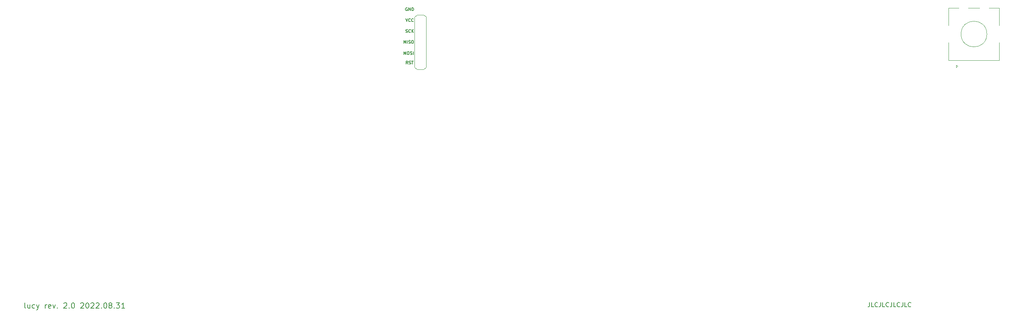
<source format=gto>
G04 #@! TF.GenerationSoftware,KiCad,Pcbnew,(6.0.5-0)*
G04 #@! TF.CreationDate,2022-09-11T07:04:14-05:00*
G04 #@! TF.ProjectId,pcb,7063622e-6b69-4636-9164-5f7063625858,rev?*
G04 #@! TF.SameCoordinates,Original*
G04 #@! TF.FileFunction,Legend,Top*
G04 #@! TF.FilePolarity,Positive*
%FSLAX46Y46*%
G04 Gerber Fmt 4.6, Leading zero omitted, Abs format (unit mm)*
G04 Created by KiCad (PCBNEW (6.0.5-0)) date 2022-09-11 07:04:14*
%MOMM*%
%LPD*%
G01*
G04 APERTURE LIST*
%ADD10C,0.150000*%
%ADD11C,0.200000*%
%ADD12C,0.120000*%
%ADD13C,3.000000*%
%ADD14C,1.750000*%
%ADD15C,3.987800*%
%ADD16R,2.000000X2.000000*%
%ADD17C,2.000000*%
%ADD18R,2.000000X3.200000*%
%ADD19C,3.800000*%
%ADD20O,1.700000X1.700000*%
%ADD21R,1.700000X1.700000*%
%ADD22C,0.650000*%
%ADD23O,1.300000X2.400000*%
%ADD24O,1.300000X1.900000*%
%ADD25C,1.700000*%
G04 APERTURE END LIST*
D10*
X296013577Y-115736694D02*
X296013577Y-116450980D01*
X295965958Y-116593837D01*
X295870720Y-116689075D01*
X295727863Y-116736694D01*
X295632625Y-116736694D01*
X296965958Y-116736694D02*
X296489767Y-116736694D01*
X296489767Y-115736694D01*
X297870720Y-116641456D02*
X297823101Y-116689075D01*
X297680244Y-116736694D01*
X297585005Y-116736694D01*
X297442148Y-116689075D01*
X297346910Y-116593837D01*
X297299291Y-116498599D01*
X297251672Y-116308123D01*
X297251672Y-116165266D01*
X297299291Y-115974790D01*
X297346910Y-115879552D01*
X297442148Y-115784314D01*
X297585005Y-115736694D01*
X297680244Y-115736694D01*
X297823101Y-115784314D01*
X297870720Y-115831933D01*
X298585005Y-115736694D02*
X298585005Y-116450980D01*
X298537386Y-116593837D01*
X298442148Y-116689075D01*
X298299291Y-116736694D01*
X298204053Y-116736694D01*
X299537386Y-116736694D02*
X299061196Y-116736694D01*
X299061196Y-115736694D01*
X300442148Y-116641456D02*
X300394529Y-116689075D01*
X300251672Y-116736694D01*
X300156434Y-116736694D01*
X300013577Y-116689075D01*
X299918339Y-116593837D01*
X299870720Y-116498599D01*
X299823101Y-116308123D01*
X299823101Y-116165266D01*
X299870720Y-115974790D01*
X299918339Y-115879552D01*
X300013577Y-115784314D01*
X300156434Y-115736694D01*
X300251672Y-115736694D01*
X300394529Y-115784314D01*
X300442148Y-115831933D01*
X301156434Y-115736694D02*
X301156434Y-116450980D01*
X301108815Y-116593837D01*
X301013577Y-116689075D01*
X300870720Y-116736694D01*
X300775482Y-116736694D01*
X302108815Y-116736694D02*
X301632625Y-116736694D01*
X301632625Y-115736694D01*
X303013577Y-116641456D02*
X302965958Y-116689075D01*
X302823101Y-116736694D01*
X302727863Y-116736694D01*
X302585005Y-116689075D01*
X302489767Y-116593837D01*
X302442148Y-116498599D01*
X302394529Y-116308123D01*
X302394529Y-116165266D01*
X302442148Y-115974790D01*
X302489767Y-115879552D01*
X302585005Y-115784314D01*
X302727863Y-115736694D01*
X302823101Y-115736694D01*
X302965958Y-115784314D01*
X303013577Y-115831933D01*
X303727863Y-115736694D02*
X303727863Y-116450980D01*
X303680244Y-116593837D01*
X303585005Y-116689075D01*
X303442148Y-116736694D01*
X303346910Y-116736694D01*
X304680244Y-116736694D02*
X304204053Y-116736694D01*
X304204053Y-115736694D01*
X305585005Y-116641456D02*
X305537386Y-116689075D01*
X305394529Y-116736694D01*
X305299291Y-116736694D01*
X305156434Y-116689075D01*
X305061196Y-116593837D01*
X305013577Y-116498599D01*
X304965958Y-116308123D01*
X304965958Y-116165266D01*
X305013577Y-115974790D01*
X305061196Y-115879552D01*
X305156434Y-115784314D01*
X305299291Y-115736694D01*
X305394529Y-115736694D01*
X305537386Y-115784314D01*
X305585005Y-115831933D01*
D11*
X99984070Y-117065476D02*
X99865022Y-117005952D01*
X99805499Y-116886904D01*
X99805499Y-115815476D01*
X100995975Y-116232142D02*
X100995975Y-117065476D01*
X100460260Y-116232142D02*
X100460260Y-116886904D01*
X100519784Y-117005952D01*
X100638832Y-117065476D01*
X100817403Y-117065476D01*
X100936451Y-117005952D01*
X100995975Y-116946428D01*
X102126927Y-117005952D02*
X102007880Y-117065476D01*
X101769784Y-117065476D01*
X101650737Y-117005952D01*
X101591213Y-116946428D01*
X101531689Y-116827380D01*
X101531689Y-116470238D01*
X101591213Y-116351190D01*
X101650737Y-116291666D01*
X101769784Y-116232142D01*
X102007880Y-116232142D01*
X102126927Y-116291666D01*
X102543594Y-116232142D02*
X102841213Y-117065476D01*
X103138832Y-116232142D02*
X102841213Y-117065476D01*
X102722165Y-117363095D01*
X102662641Y-117422619D01*
X102543594Y-117482142D01*
X104567403Y-117065476D02*
X104567403Y-116232142D01*
X104567403Y-116470238D02*
X104626927Y-116351190D01*
X104686451Y-116291666D01*
X104805499Y-116232142D01*
X104924546Y-116232142D01*
X105817403Y-117005952D02*
X105698356Y-117065476D01*
X105460260Y-117065476D01*
X105341213Y-117005952D01*
X105281689Y-116886904D01*
X105281689Y-116410714D01*
X105341213Y-116291666D01*
X105460260Y-116232142D01*
X105698356Y-116232142D01*
X105817403Y-116291666D01*
X105876927Y-116410714D01*
X105876927Y-116529761D01*
X105281689Y-116648809D01*
X106293594Y-116232142D02*
X106591213Y-117065476D01*
X106888832Y-116232142D01*
X107365022Y-116946428D02*
X107424546Y-117005952D01*
X107365022Y-117065476D01*
X107305499Y-117005952D01*
X107365022Y-116946428D01*
X107365022Y-117065476D01*
X108853118Y-115934523D02*
X108912641Y-115875000D01*
X109031689Y-115815476D01*
X109329308Y-115815476D01*
X109448356Y-115875000D01*
X109507880Y-115934523D01*
X109567403Y-116053571D01*
X109567403Y-116172619D01*
X109507880Y-116351190D01*
X108793594Y-117065476D01*
X109567403Y-117065476D01*
X110103118Y-116946428D02*
X110162641Y-117005952D01*
X110103118Y-117065476D01*
X110043594Y-117005952D01*
X110103118Y-116946428D01*
X110103118Y-117065476D01*
X110936451Y-115815476D02*
X111055499Y-115815476D01*
X111174546Y-115875000D01*
X111234070Y-115934523D01*
X111293594Y-116053571D01*
X111353118Y-116291666D01*
X111353118Y-116589285D01*
X111293594Y-116827380D01*
X111234070Y-116946428D01*
X111174546Y-117005952D01*
X111055499Y-117065476D01*
X110936451Y-117065476D01*
X110817403Y-117005952D01*
X110757880Y-116946428D01*
X110698356Y-116827380D01*
X110638832Y-116589285D01*
X110638832Y-116291666D01*
X110698356Y-116053571D01*
X110757880Y-115934523D01*
X110817403Y-115875000D01*
X110936451Y-115815476D01*
X112781689Y-115934523D02*
X112841213Y-115875000D01*
X112960260Y-115815476D01*
X113257880Y-115815476D01*
X113376927Y-115875000D01*
X113436451Y-115934523D01*
X113495975Y-116053571D01*
X113495975Y-116172619D01*
X113436451Y-116351190D01*
X112722165Y-117065476D01*
X113495975Y-117065476D01*
X114269784Y-115815476D02*
X114388832Y-115815476D01*
X114507880Y-115875000D01*
X114567403Y-115934523D01*
X114626927Y-116053571D01*
X114686451Y-116291666D01*
X114686451Y-116589285D01*
X114626927Y-116827380D01*
X114567403Y-116946428D01*
X114507880Y-117005952D01*
X114388832Y-117065476D01*
X114269784Y-117065476D01*
X114150737Y-117005952D01*
X114091213Y-116946428D01*
X114031689Y-116827380D01*
X113972165Y-116589285D01*
X113972165Y-116291666D01*
X114031689Y-116053571D01*
X114091213Y-115934523D01*
X114150737Y-115875000D01*
X114269784Y-115815476D01*
X115162641Y-115934523D02*
X115222165Y-115875000D01*
X115341213Y-115815476D01*
X115638832Y-115815476D01*
X115757880Y-115875000D01*
X115817403Y-115934523D01*
X115876927Y-116053571D01*
X115876927Y-116172619D01*
X115817403Y-116351190D01*
X115103118Y-117065476D01*
X115876927Y-117065476D01*
X116353118Y-115934523D02*
X116412641Y-115875000D01*
X116531689Y-115815476D01*
X116829308Y-115815476D01*
X116948356Y-115875000D01*
X117007880Y-115934523D01*
X117067403Y-116053571D01*
X117067403Y-116172619D01*
X117007880Y-116351190D01*
X116293594Y-117065476D01*
X117067403Y-117065476D01*
X117603118Y-116946428D02*
X117662641Y-117005952D01*
X117603118Y-117065476D01*
X117543594Y-117005952D01*
X117603118Y-116946428D01*
X117603118Y-117065476D01*
X118436451Y-115815476D02*
X118555499Y-115815476D01*
X118674546Y-115875000D01*
X118734070Y-115934523D01*
X118793594Y-116053571D01*
X118853118Y-116291666D01*
X118853118Y-116589285D01*
X118793594Y-116827380D01*
X118734070Y-116946428D01*
X118674546Y-117005952D01*
X118555499Y-117065476D01*
X118436451Y-117065476D01*
X118317403Y-117005952D01*
X118257880Y-116946428D01*
X118198356Y-116827380D01*
X118138832Y-116589285D01*
X118138832Y-116291666D01*
X118198356Y-116053571D01*
X118257880Y-115934523D01*
X118317403Y-115875000D01*
X118436451Y-115815476D01*
X119567403Y-116351190D02*
X119448356Y-116291666D01*
X119388832Y-116232142D01*
X119329308Y-116113095D01*
X119329308Y-116053571D01*
X119388832Y-115934523D01*
X119448356Y-115875000D01*
X119567403Y-115815476D01*
X119805499Y-115815476D01*
X119924546Y-115875000D01*
X119984070Y-115934523D01*
X120043594Y-116053571D01*
X120043594Y-116113095D01*
X119984070Y-116232142D01*
X119924546Y-116291666D01*
X119805499Y-116351190D01*
X119567403Y-116351190D01*
X119448356Y-116410714D01*
X119388832Y-116470238D01*
X119329308Y-116589285D01*
X119329308Y-116827380D01*
X119388832Y-116946428D01*
X119448356Y-117005952D01*
X119567403Y-117065476D01*
X119805499Y-117065476D01*
X119924546Y-117005952D01*
X119984070Y-116946428D01*
X120043594Y-116827380D01*
X120043594Y-116589285D01*
X119984070Y-116470238D01*
X119924546Y-116410714D01*
X119805499Y-116351190D01*
X120579308Y-116946428D02*
X120638832Y-117005952D01*
X120579308Y-117065476D01*
X120519784Y-117005952D01*
X120579308Y-116946428D01*
X120579308Y-117065476D01*
X121055499Y-115815476D02*
X121829308Y-115815476D01*
X121412641Y-116291666D01*
X121591213Y-116291666D01*
X121710260Y-116351190D01*
X121769784Y-116410714D01*
X121829308Y-116529761D01*
X121829308Y-116827380D01*
X121769784Y-116946428D01*
X121710260Y-117005952D01*
X121591213Y-117065476D01*
X121234070Y-117065476D01*
X121115022Y-117005952D01*
X121055499Y-116946428D01*
X123019784Y-117065476D02*
X122305499Y-117065476D01*
X122662641Y-117065476D02*
X122662641Y-115815476D01*
X122543594Y-115994047D01*
X122424546Y-116113095D01*
X122305499Y-116172619D01*
D10*
X187840225Y-57960616D02*
X187840225Y-57260616D01*
X188073558Y-57760616D01*
X188306891Y-57260616D01*
X188306891Y-57960616D01*
X188773558Y-57260616D02*
X188906891Y-57260616D01*
X188973558Y-57293950D01*
X189040225Y-57360616D01*
X189073558Y-57493950D01*
X189073558Y-57727283D01*
X189040225Y-57860616D01*
X188973558Y-57927283D01*
X188906891Y-57960616D01*
X188773558Y-57960616D01*
X188706891Y-57927283D01*
X188640225Y-57860616D01*
X188606891Y-57727283D01*
X188606891Y-57493950D01*
X188640225Y-57360616D01*
X188706891Y-57293950D01*
X188773558Y-57260616D01*
X189340225Y-57927283D02*
X189440225Y-57960616D01*
X189606891Y-57960616D01*
X189673558Y-57927283D01*
X189706891Y-57893950D01*
X189740225Y-57827283D01*
X189740225Y-57760616D01*
X189706891Y-57693950D01*
X189673558Y-57660616D01*
X189606891Y-57627283D01*
X189473558Y-57593950D01*
X189406891Y-57560616D01*
X189373558Y-57527283D01*
X189340225Y-57460616D01*
X189340225Y-57393950D01*
X189373558Y-57327283D01*
X189406891Y-57293950D01*
X189473558Y-57260616D01*
X189640225Y-57260616D01*
X189740225Y-57293950D01*
X190040225Y-57960616D02*
X190040225Y-57260616D01*
X187840225Y-55378112D02*
X187840225Y-54678112D01*
X188073558Y-55178112D01*
X188306891Y-54678112D01*
X188306891Y-55378112D01*
X188640225Y-55378112D02*
X188640225Y-54678112D01*
X188940225Y-55344779D02*
X189040225Y-55378112D01*
X189206891Y-55378112D01*
X189273558Y-55344779D01*
X189306891Y-55311446D01*
X189340225Y-55244779D01*
X189340225Y-55178112D01*
X189306891Y-55111446D01*
X189273558Y-55078112D01*
X189206891Y-55044779D01*
X189073558Y-55011446D01*
X189006891Y-54978112D01*
X188973558Y-54944779D01*
X188940225Y-54878112D01*
X188940225Y-54811446D01*
X188973558Y-54744779D01*
X189006891Y-54711446D01*
X189073558Y-54678112D01*
X189240225Y-54678112D01*
X189340225Y-54711446D01*
X189773558Y-54678112D02*
X189906891Y-54678112D01*
X189973558Y-54711446D01*
X190040225Y-54778112D01*
X190073558Y-54911446D01*
X190073558Y-55144779D01*
X190040225Y-55278112D01*
X189973558Y-55344779D01*
X189906891Y-55378112D01*
X189773558Y-55378112D01*
X189706891Y-55344779D01*
X189640225Y-55278112D01*
X189606891Y-55144779D01*
X189606891Y-54911446D01*
X189640225Y-54778112D01*
X189706891Y-54711446D01*
X189773558Y-54678112D01*
X188290225Y-52807283D02*
X188390225Y-52840616D01*
X188556891Y-52840616D01*
X188623558Y-52807283D01*
X188656891Y-52773950D01*
X188690225Y-52707283D01*
X188690225Y-52640616D01*
X188656891Y-52573950D01*
X188623558Y-52540616D01*
X188556891Y-52507283D01*
X188423558Y-52473950D01*
X188356891Y-52440616D01*
X188323558Y-52407283D01*
X188290225Y-52340616D01*
X188290225Y-52273950D01*
X188323558Y-52207283D01*
X188356891Y-52173950D01*
X188423558Y-52140616D01*
X188590225Y-52140616D01*
X188690225Y-52173950D01*
X189390225Y-52773950D02*
X189356891Y-52807283D01*
X189256891Y-52840616D01*
X189190225Y-52840616D01*
X189090225Y-52807283D01*
X189023558Y-52740616D01*
X188990225Y-52673950D01*
X188956891Y-52540616D01*
X188956891Y-52440616D01*
X188990225Y-52307283D01*
X189023558Y-52240616D01*
X189090225Y-52173950D01*
X189190225Y-52140616D01*
X189256891Y-52140616D01*
X189356891Y-52173950D01*
X189390225Y-52207283D01*
X189690225Y-52840616D02*
X189690225Y-52140616D01*
X190090225Y-52840616D02*
X189790225Y-52440616D01*
X190090225Y-52140616D02*
X189690225Y-52540616D01*
X188631979Y-47093950D02*
X188565313Y-47060616D01*
X188465313Y-47060616D01*
X188365313Y-47093950D01*
X188298646Y-47160616D01*
X188265313Y-47227283D01*
X188231979Y-47360616D01*
X188231979Y-47460616D01*
X188265313Y-47593950D01*
X188298646Y-47660616D01*
X188365313Y-47727283D01*
X188465313Y-47760616D01*
X188531979Y-47760616D01*
X188631979Y-47727283D01*
X188665313Y-47693950D01*
X188665313Y-47460616D01*
X188531979Y-47460616D01*
X188965313Y-47760616D02*
X188965313Y-47060616D01*
X189365313Y-47760616D01*
X189365313Y-47060616D01*
X189698646Y-47760616D02*
X189698646Y-47060616D01*
X189865313Y-47060616D01*
X189965313Y-47093950D01*
X190031979Y-47160616D01*
X190065313Y-47227283D01*
X190098646Y-47360616D01*
X190098646Y-47460616D01*
X190065313Y-47593950D01*
X190031979Y-47660616D01*
X189965313Y-47727283D01*
X189865313Y-47760616D01*
X189698646Y-47760616D01*
X188256891Y-49600616D02*
X188490225Y-50300616D01*
X188723558Y-49600616D01*
X189356891Y-50233950D02*
X189323558Y-50267283D01*
X189223558Y-50300616D01*
X189156891Y-50300616D01*
X189056891Y-50267283D01*
X188990225Y-50200616D01*
X188956891Y-50133950D01*
X188923558Y-50000616D01*
X188923558Y-49900616D01*
X188956891Y-49767283D01*
X188990225Y-49700616D01*
X189056891Y-49633950D01*
X189156891Y-49600616D01*
X189223558Y-49600616D01*
X189323558Y-49633950D01*
X189356891Y-49667283D01*
X190056891Y-50233950D02*
X190023558Y-50267283D01*
X189923558Y-50300616D01*
X189856891Y-50300616D01*
X189756891Y-50267283D01*
X189690225Y-50200616D01*
X189656891Y-50133950D01*
X189623558Y-50000616D01*
X189623558Y-49900616D01*
X189656891Y-49767283D01*
X189690225Y-49700616D01*
X189756891Y-49633950D01*
X189856891Y-49600616D01*
X189923558Y-49600616D01*
X190023558Y-49633950D01*
X190056891Y-49667283D01*
X188756891Y-60178112D02*
X188523558Y-59844779D01*
X188356891Y-60178112D02*
X188356891Y-59478112D01*
X188623558Y-59478112D01*
X188690225Y-59511446D01*
X188723558Y-59544779D01*
X188756891Y-59611446D01*
X188756891Y-59711446D01*
X188723558Y-59778112D01*
X188690225Y-59811446D01*
X188623558Y-59844779D01*
X188356891Y-59844779D01*
X189023558Y-60144779D02*
X189123558Y-60178112D01*
X189290225Y-60178112D01*
X189356891Y-60144779D01*
X189390225Y-60111446D01*
X189423558Y-60044779D01*
X189423558Y-59978112D01*
X189390225Y-59911446D01*
X189356891Y-59878112D01*
X189290225Y-59844779D01*
X189156891Y-59811446D01*
X189090225Y-59778112D01*
X189056891Y-59744779D01*
X189023558Y-59678112D01*
X189023558Y-59611446D01*
X189056891Y-59544779D01*
X189090225Y-59511446D01*
X189156891Y-59478112D01*
X189323558Y-59478112D01*
X189423558Y-59511446D01*
X189623558Y-59478112D02*
X190023558Y-59478112D01*
X189823558Y-60178112D02*
X189823558Y-59478112D01*
D12*
X314352725Y-55193950D02*
X314352725Y-59293950D01*
X316152725Y-60393950D02*
X316452725Y-60693950D01*
X318952725Y-47093950D02*
X321552725Y-47093950D01*
X316452725Y-60693950D02*
X316152725Y-60993950D01*
X326152725Y-55193950D02*
X326152725Y-59293950D01*
X326152725Y-47093950D02*
X326152725Y-51193950D01*
X314352725Y-47093950D02*
X316752725Y-47093950D01*
X323752725Y-47093950D02*
X326152725Y-47093950D01*
X314352725Y-51193950D02*
X314352725Y-47093950D01*
X314352725Y-59293950D02*
X326152725Y-59293950D01*
X316152725Y-60993950D02*
X316152725Y-60393950D01*
X323252725Y-53193950D02*
G75*
G03*
X323252725Y-53193950I-3000000J0D01*
G01*
X190865313Y-48713950D02*
X190335313Y-49243950D01*
X192465313Y-48713950D02*
X192995313Y-49143950D01*
X192465313Y-61473950D02*
X190865313Y-61473950D01*
X192995313Y-49143950D02*
X192995313Y-60943950D01*
X192465313Y-61473950D02*
X192995313Y-60943950D01*
X190865313Y-48713950D02*
X192465313Y-48713950D01*
X190865313Y-61473950D02*
X190335313Y-60943950D01*
X190335313Y-60943950D02*
X190335313Y-49243950D01*
%LPC*%
D13*
X121180225Y-50653950D03*
D14*
X119910225Y-53193950D03*
D15*
X124990225Y-53193950D03*
D13*
X127530225Y-48113950D03*
D14*
X130070225Y-53193950D03*
X206270225Y-53193950D03*
D13*
X203730225Y-48113950D03*
X197380225Y-50653950D03*
D14*
X196110225Y-53193950D03*
D15*
X201190225Y-53193950D03*
D14*
X187220225Y-53193950D03*
D13*
X178330225Y-50653950D03*
X184680225Y-48113950D03*
D14*
X177060225Y-53193950D03*
D15*
X182140225Y-53193950D03*
D14*
X168170225Y-53193950D03*
D15*
X163090225Y-53193950D03*
D13*
X165630225Y-48113950D03*
X159280225Y-50653950D03*
D14*
X158010225Y-53193950D03*
X81810225Y-53193950D03*
D15*
X86890225Y-53193950D03*
D13*
X83080225Y-50653950D03*
X89430225Y-48113950D03*
D14*
X91970225Y-53193950D03*
X225320225Y-53193950D03*
D13*
X222780225Y-48113950D03*
D15*
X220240225Y-53193950D03*
D14*
X215160225Y-53193950D03*
D13*
X216430225Y-50653950D03*
D14*
X244370225Y-53193950D03*
D13*
X235480225Y-50653950D03*
X241830225Y-48113950D03*
D14*
X234210225Y-53193950D03*
D15*
X239290225Y-53193950D03*
D14*
X91970225Y-72243950D03*
D15*
X86890225Y-72243950D03*
D13*
X83080225Y-69703950D03*
D14*
X81810225Y-72243950D03*
D13*
X89430225Y-67163950D03*
D14*
X111020225Y-72243950D03*
D13*
X102130225Y-69703950D03*
D14*
X100860225Y-72243950D03*
D13*
X108480225Y-67163950D03*
D15*
X105940225Y-72243950D03*
X144045399Y-72243950D03*
D13*
X146585399Y-67163950D03*
D14*
X138965399Y-72243950D03*
X149125399Y-72243950D03*
D13*
X140235399Y-69703950D03*
X273580225Y-50653950D03*
D15*
X277390225Y-53193950D03*
D13*
X279930225Y-48113950D03*
D14*
X272310225Y-53193950D03*
X282470225Y-53193950D03*
D13*
X165630225Y-67163950D03*
X159280225Y-69703950D03*
D14*
X168170225Y-72243950D03*
X158010225Y-72243950D03*
D15*
X163090225Y-72243950D03*
D14*
X187220225Y-72243950D03*
D15*
X182140225Y-72243950D03*
D14*
X177060225Y-72243950D03*
D13*
X184680225Y-67163950D03*
X178330225Y-69703950D03*
D14*
X196110225Y-72243950D03*
D15*
X201190225Y-72243950D03*
D13*
X203730225Y-67163950D03*
D14*
X206270225Y-72243950D03*
D13*
X197380225Y-69703950D03*
D14*
X111020225Y-110343950D03*
D15*
X105940225Y-110343950D03*
D14*
X100860225Y-110343950D03*
D13*
X108480225Y-105263950D03*
X102130225Y-107803950D03*
D14*
X119910225Y-110343950D03*
D13*
X127530225Y-105263950D03*
D14*
X130070225Y-110343950D03*
D15*
X124990225Y-110343950D03*
D13*
X121180225Y-107803950D03*
X140230225Y-107803950D03*
X146580225Y-105263950D03*
D15*
X144040225Y-110343950D03*
D14*
X149120225Y-110343950D03*
X138960225Y-110343950D03*
D13*
X159280225Y-107803950D03*
D14*
X168170225Y-110343950D03*
D13*
X165630225Y-105263950D03*
D14*
X158010225Y-110343950D03*
D15*
X163090225Y-110343950D03*
X182140225Y-110343950D03*
D14*
X187220225Y-110343950D03*
D13*
X178330225Y-107803950D03*
X184680225Y-105263950D03*
D14*
X177060225Y-110343950D03*
D15*
X220240225Y-110343950D03*
D14*
X225320225Y-110343950D03*
D13*
X222780225Y-105263950D03*
D14*
X215160225Y-110343950D03*
D13*
X216430225Y-107803950D03*
X241830225Y-105263950D03*
X235480225Y-107803950D03*
D14*
X244370225Y-110343950D03*
X234210225Y-110343950D03*
D15*
X239290225Y-110343950D03*
D14*
X253260225Y-110343950D03*
D13*
X254530225Y-107803950D03*
X260880225Y-105263950D03*
D14*
X263420225Y-110343950D03*
D15*
X258340225Y-110343950D03*
D13*
X279930225Y-105263950D03*
D15*
X277390225Y-110343950D03*
D14*
X282470225Y-110343950D03*
X272310225Y-110343950D03*
D13*
X273580225Y-107803950D03*
D14*
X196110225Y-110343950D03*
X206270225Y-110343950D03*
D13*
X203730225Y-105263950D03*
D15*
X201190225Y-110343950D03*
D13*
X197380225Y-107803950D03*
X279930225Y-86213950D03*
D15*
X277390225Y-91293950D03*
D13*
X273580225Y-88753950D03*
D14*
X272310225Y-91293950D03*
X282470225Y-91293950D03*
X253260225Y-91293950D03*
D13*
X260880225Y-86213950D03*
D15*
X258340225Y-91293950D03*
D13*
X254530225Y-88753950D03*
D14*
X263420225Y-91293950D03*
D13*
X216430225Y-88753950D03*
D14*
X215160225Y-91293950D03*
D13*
X222780225Y-86213950D03*
D14*
X225320225Y-91293950D03*
D15*
X220240225Y-91293950D03*
D14*
X187220225Y-91293950D03*
X177060225Y-91293950D03*
D15*
X182140225Y-91293950D03*
D13*
X184680225Y-86213950D03*
X178330225Y-88753950D03*
D14*
X138960225Y-91293950D03*
D13*
X146580225Y-86213950D03*
D14*
X149120225Y-91293950D03*
D15*
X144040225Y-91293950D03*
D13*
X140230225Y-88753950D03*
X83080225Y-88753950D03*
X89430225Y-86213950D03*
D14*
X91970225Y-91293950D03*
X81810225Y-91293950D03*
D15*
X86890225Y-91293950D03*
D14*
X158010225Y-91293950D03*
D13*
X159280225Y-88753950D03*
X165630225Y-86213950D03*
D14*
X168170225Y-91293950D03*
D15*
X163090225Y-91293950D03*
D13*
X298980225Y-67163950D03*
D14*
X301520225Y-72243950D03*
D13*
X292630225Y-69703950D03*
D14*
X291360225Y-72243950D03*
D15*
X296440225Y-72243950D03*
D13*
X127530225Y-86213950D03*
D14*
X130070225Y-91293950D03*
D13*
X121180225Y-88753950D03*
D14*
X119910225Y-91293950D03*
D15*
X124990225Y-91293950D03*
X105940225Y-91293950D03*
D14*
X111020225Y-91293950D03*
D13*
X108480225Y-86213950D03*
X102130225Y-88753950D03*
D14*
X100860225Y-91293950D03*
X263420225Y-72243950D03*
D13*
X260880225Y-67163950D03*
D15*
X258340225Y-72243950D03*
D13*
X254530225Y-69703950D03*
D14*
X253260225Y-72243950D03*
X234210225Y-72243950D03*
D13*
X241830225Y-67163950D03*
D15*
X239290225Y-72243950D03*
D13*
X235480225Y-69703950D03*
D14*
X244370225Y-72243950D03*
D13*
X273580225Y-69703950D03*
D15*
X277390225Y-72243950D03*
D14*
X282470225Y-72243950D03*
D13*
X279930225Y-67163950D03*
D14*
X272310225Y-72243950D03*
D13*
X298980225Y-105263950D03*
D14*
X291360225Y-110343950D03*
D15*
X296440225Y-110343950D03*
D14*
X301520225Y-110343950D03*
D13*
X292630225Y-107803950D03*
X298980225Y-86213950D03*
X292630225Y-88753950D03*
D15*
X296440225Y-91293950D03*
D14*
X301520225Y-91293950D03*
X291360225Y-91293950D03*
D13*
X292630225Y-50653950D03*
D15*
X296440225Y-53193950D03*
D14*
X301520225Y-53193950D03*
X291360225Y-53193950D03*
D13*
X298980225Y-48113950D03*
D16*
X317752725Y-60693950D03*
D17*
X322752725Y-60693950D03*
X320252725Y-60693950D03*
D18*
X314652725Y-53193950D03*
X325852725Y-53193950D03*
D17*
X322752725Y-46193950D03*
X317752725Y-46193950D03*
D13*
X108480225Y-48113950D03*
X102130225Y-50653950D03*
D14*
X111020225Y-53193950D03*
X100860225Y-53193950D03*
D15*
X105940225Y-53193950D03*
X144040225Y-53193950D03*
D14*
X149120225Y-53193950D03*
D13*
X140230225Y-50653950D03*
D14*
X138960225Y-53193950D03*
D13*
X146580225Y-48113950D03*
D15*
X320252785Y-110344230D03*
D13*
X322792785Y-105264230D03*
D14*
X315172785Y-110344230D03*
X325332785Y-110344230D03*
D13*
X316442785Y-107804230D03*
D14*
X315172785Y-72244070D03*
D13*
X316442785Y-69704070D03*
X322792785Y-67164070D03*
D14*
X325332785Y-72244070D03*
D15*
X320252785Y-72244070D03*
D13*
X316442785Y-88754150D03*
X322792785Y-86214150D03*
D14*
X325332785Y-91294150D03*
D15*
X320252785Y-91294150D03*
D14*
X315172785Y-91294150D03*
D15*
X201190225Y-91293950D03*
D13*
X203730225Y-86213950D03*
D14*
X206270225Y-91293950D03*
X196110225Y-91293950D03*
D13*
X197380225Y-88753950D03*
X241830225Y-86213950D03*
D14*
X244370225Y-91293950D03*
D15*
X239290225Y-91293950D03*
D14*
X234210225Y-91293950D03*
D13*
X235480225Y-88753950D03*
D14*
X91970225Y-110343950D03*
D13*
X89430225Y-105263950D03*
D14*
X81810225Y-110343950D03*
D13*
X83080225Y-107803950D03*
D15*
X86890225Y-110343950D03*
D13*
X254530225Y-50653950D03*
X260880225Y-48113950D03*
D14*
X253260225Y-53193950D03*
D15*
X258340225Y-53193950D03*
D14*
X263420225Y-53193950D03*
D13*
X121180225Y-69703950D03*
X127530225Y-67163950D03*
D14*
X119910225Y-72243950D03*
D15*
X124990225Y-72243950D03*
D14*
X130070225Y-72243950D03*
X215160225Y-72243950D03*
D15*
X220240225Y-72243950D03*
D13*
X222780225Y-67163950D03*
D14*
X225320225Y-72243950D03*
D13*
X216430225Y-69703950D03*
D19*
X308346661Y-53193950D03*
X286915393Y-62718958D03*
X280962271Y-100818990D03*
X96415233Y-100818990D03*
X102368363Y-62718958D03*
D14*
X325332725Y-53193950D03*
D15*
X320252725Y-53193950D03*
D14*
X315172725Y-53193950D03*
D20*
X191665313Y-60143950D03*
X191665313Y-49983950D03*
X191665313Y-55063950D03*
X191665313Y-57603950D03*
X191665313Y-52523950D03*
D21*
X191665313Y-47443950D03*
D22*
X93525217Y-42765450D03*
X99305217Y-42765450D03*
D23*
X92115217Y-43316450D03*
X100715217Y-43316450D03*
D24*
X100715217Y-39116450D03*
X92115217Y-39116450D03*
D25*
X308390225Y-67843950D03*
X308390225Y-70383950D03*
X308390225Y-72923950D03*
X308390225Y-65303950D03*
X308390225Y-62763950D03*
M02*

</source>
